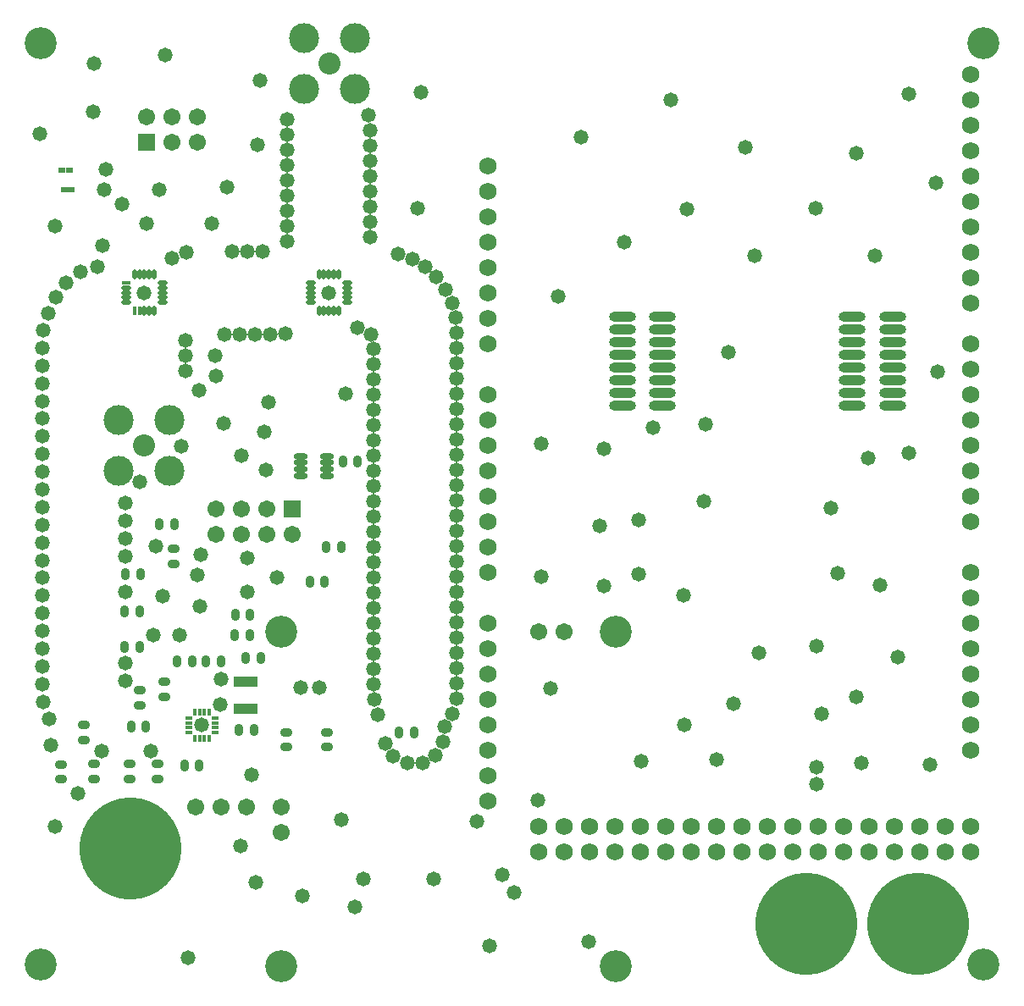
<source format=gts>
%FSDAX23Y23*%
%MOIN*%
%SFA1B1*%

%IPPOS*%
%AMD41*
4,1,8,0.005900,0.021700,-0.005900,0.021700,-0.015800,0.011800,-0.015800,-0.011800,-0.005900,-0.021700,0.005900,-0.021700,0.015800,-0.011800,0.015800,0.011800,0.005900,0.021700,0.0*
1,1,0.019820,0.005900,0.011800*
1,1,0.019820,-0.005900,0.011800*
1,1,0.019820,-0.005900,-0.011800*
1,1,0.019820,0.005900,-0.011800*
%
%AMD44*
4,1,8,-0.021700,0.005900,-0.021700,-0.005900,-0.011800,-0.015800,0.011800,-0.015800,0.021700,-0.005900,0.021700,0.005900,0.011800,0.015800,-0.011800,0.015800,-0.021700,0.005900,0.0*
1,1,0.019820,-0.011800,0.005900*
1,1,0.019820,-0.011800,-0.005900*
1,1,0.019820,0.011800,-0.005900*
1,1,0.019820,0.011800,0.005900*
%
G04~CAMADD=41~8~0.0~0.0~316.2~434.3~99.1~0.0~15~0.0~0.0~0.0~0.0~0~0.0~0.0~0.0~0.0~0~0.0~0.0~0.0~0.0~316.2~434.3*
%ADD41D41*%
%ADD42O,0.106420X0.037530*%
%ADD43O,0.056030X0.023750*%
G04~CAMADD=44~8~0.0~0.0~316.2~434.3~99.1~0.0~15~0.0~0.0~0.0~0.0~0~0.0~0.0~0.0~0.0~0~0.0~0.0~0.0~90.0~434.0~316.0*
%ADD44D44*%
%ADD45R,0.094610X0.039500*%
%ADD46O,0.014960X0.029130*%
%ADD47O,0.029130X0.014960*%
%ADD48O,0.017840X0.039890*%
%ADD49O,0.039890X0.017840*%
%ADD50O,0.015750X0.037800*%
%ADD51O,0.037800X0.015750*%
%ADD52R,0.027690X0.019810*%
%ADD53C,0.067060*%
%ADD54C,0.068000*%
%ADD55C,0.126110*%
%ADD56C,0.401700*%
%ADD57C,0.118240*%
%ADD58C,0.086740*%
%ADD59R,0.067060X0.067060*%
%ADD60C,0.058000*%
%LNupcnsl-abs-comms-rfpatest-v1.0-1*%
%LPD*%
G54D41*
X01367Y02098D03*
X01308D03*
X01237Y01625D03*
X01178D03*
X00453Y01656D03*
X00512D03*
X00450Y01509D03*
X00509D03*
X00450Y01368D03*
X00509D03*
X00533Y01056D03*
X00474D03*
X01588Y01031D03*
X01529D03*
X00985Y01326D03*
X00926D03*
X00943Y01497D03*
X00884D03*
X00882Y01416D03*
X00941D03*
X00769Y01313D03*
X00828D03*
X00716Y01311D03*
X00657D03*
X00743Y00903D03*
X00684D03*
X00899Y01043D03*
X00958D03*
X00646Y01852D03*
X00587D03*
X01242Y01763D03*
X01301D03*
G54D42*
X03313Y02669D03*
Y02619D03*
Y02569D03*
Y02519D03*
Y02469D03*
Y02419D03*
Y02369D03*
Y02319D03*
X03471Y02669D03*
Y02619D03*
Y02569D03*
Y02519D03*
Y02469D03*
Y02419D03*
Y02369D03*
Y02319D03*
X02408Y02669D03*
Y02619D03*
Y02569D03*
Y02519D03*
Y02469D03*
Y02419D03*
Y02369D03*
Y02319D03*
X02565Y02669D03*
Y02619D03*
Y02569D03*
Y02519D03*
Y02469D03*
Y02419D03*
Y02369D03*
Y02319D03*
G54D43*
X01142Y02120D03*
Y02094D03*
Y02068D03*
Y02043D03*
X01246Y02120D03*
Y02094D03*
Y02068D03*
Y02043D03*
G54D44*
X00198Y00848D03*
Y00907D03*
X00329Y00849D03*
Y00908D03*
X00470Y00849D03*
Y00908D03*
X00579Y00849D03*
Y00908D03*
X01086Y00974D03*
Y01033D03*
X01246Y00974D03*
Y01033D03*
X00606Y01231D03*
Y01172D03*
X00510Y01140D03*
Y01199D03*
X00289Y01061D03*
Y01001D03*
X00642Y01756D03*
Y01697D03*
G54D45*
X00926Y01231D03*
Y01125D03*
G54D46*
X00724Y01112D03*
X00744D03*
X00763D03*
X00783D03*
Y01009D03*
X00763D03*
X00744D03*
X00724D03*
G54D47*
X00805Y01090D03*
Y01070D03*
Y01051D03*
Y01031D03*
X00702D03*
Y01051D03*
Y01070D03*
Y01090D03*
G54D48*
X00488Y02835D03*
X00508D03*
X00527D03*
X00547D03*
X00567D03*
Y02692D03*
X00547D03*
X00527D03*
X01292D03*
X01273D03*
X01253D03*
X01233D03*
X01214D03*
Y02835D03*
X01233D03*
X01253D03*
X01273D03*
X01292D03*
G54D49*
X00599Y02803D03*
Y02783D03*
Y02763D03*
Y02744D03*
Y02724D03*
X00456D03*
Y02744D03*
Y02763D03*
Y02783D03*
X01182Y02724D03*
Y02744D03*
Y02763D03*
Y02783D03*
Y02803D03*
X01324D03*
Y02783D03*
Y02763D03*
Y02744D03*
Y02724D03*
G54D50*
X00508Y02692D03*
X00488D03*
G54D51*
X00456Y02803D03*
G54D52*
X00240Y03170D03*
X00212D03*
X00231Y03247D03*
X00203D03*
G54D53*
X02179Y01428D03*
X02080D03*
X01108Y01811D03*
X01008Y01911D03*
Y01811D03*
X00908Y01911D03*
Y01811D03*
X00808Y01911D03*
Y01811D03*
X00929Y00738D03*
X00829D03*
X00729D03*
X00735Y03456D03*
Y03356D03*
X00635Y03456D03*
Y03356D03*
X00535Y03456D03*
X01066Y00638D03*
Y00738D03*
G54D54*
X03780Y00963D03*
Y01063D03*
Y01163D03*
Y01263D03*
Y01363D03*
Y01463D03*
Y01563D03*
Y01663D03*
Y01862D03*
Y01962D03*
Y02062D03*
Y02162D03*
Y02262D03*
Y02362D03*
Y02462D03*
Y02562D03*
X01879Y02562D03*
Y02662D03*
Y02762D03*
Y02862D03*
Y02962D03*
Y03062D03*
Y03162D03*
Y03262D03*
Y01663D03*
Y01763D03*
Y01863D03*
Y01963D03*
Y02063D03*
Y02163D03*
Y02263D03*
Y02363D03*
Y00763D03*
Y00863D03*
Y00963D03*
Y01063D03*
Y01163D03*
Y01263D03*
Y01363D03*
Y01463D03*
X03780Y02723D03*
Y02823D03*
Y02923D03*
Y03023D03*
Y03123D03*
Y03223D03*
Y03323D03*
Y03423D03*
Y03523D03*
Y03623D03*
Y00663D03*
Y00563D03*
X03680Y00663D03*
Y00563D03*
X03580Y00663D03*
Y00563D03*
X03480Y00663D03*
Y00563D03*
X03380Y00663D03*
Y00563D03*
X03280Y00663D03*
Y00563D03*
X03180Y00663D03*
Y00563D03*
X03080Y00663D03*
Y00563D03*
X02980Y00663D03*
Y00563D03*
X02880Y00663D03*
Y00563D03*
X02780Y00663D03*
Y00563D03*
X02680Y00663D03*
Y00563D03*
X02580Y00663D03*
Y00563D03*
X02480Y00663D03*
Y00563D03*
X02380Y00663D03*
Y00563D03*
X02280Y00663D03*
Y00563D03*
X02180Y00663D03*
Y00563D03*
X02080Y00663D03*
Y00563D03*
G54D55*
X00118Y03744D03*
X03829D03*
Y00118D03*
X00118D03*
X01066Y01428D03*
X02381D03*
Y00113D03*
X01066D03*
G54D56*
X03572Y00280D03*
X00473Y00575D03*
X03131Y00280D03*
G54D57*
X00627Y02061D03*
X00427D03*
Y02261D03*
X00627D03*
X01154Y03764D03*
X01354D03*
Y03564D03*
X01154D03*
G54D58*
X00527Y02161D03*
X01254Y03664D03*
G54D59*
X01108Y01911D03*
X00535Y03356D03*
G54D60*
X00535Y03036D03*
X03173Y00829D03*
X03172Y00895D03*
X02600Y03523D03*
X00327Y03475D03*
X00908Y02121D03*
X00160Y00983D03*
X01318Y02367D03*
X00600Y01569D03*
X01049Y01641D03*
X00948Y00864D03*
X00853Y03179D03*
X00838Y02248D03*
X01015Y02333D03*
X00998Y02215D03*
X03374Y02113D03*
X03191Y01106D03*
X03349Y00912D03*
X02275Y00208D03*
X01354Y00347D03*
X00265Y00792D03*
X00175Y00661D03*
X00967Y00442D03*
X00699Y00146D03*
X01150Y00390D03*
X00361Y02949D03*
X00175Y03026D03*
X00609Y03699D03*
X00329Y03667D03*
X00972Y03344D03*
X00982Y03599D03*
X02156Y02748D03*
X02729Y01941D03*
X02824Y02528D03*
X03168Y03096D03*
X03402Y02910D03*
X02662Y03092D03*
X02247Y03374D03*
X03330Y03312D03*
X02929Y02910D03*
X02891Y03335D03*
X02414Y02963D03*
X02089Y02170D03*
X02318Y01846D03*
X02089Y01645D03*
X00905Y00586D03*
X01837Y00683D03*
X01388Y00455D03*
X01884Y00193D03*
X02483Y00919D03*
X02473Y01869D03*
X02530Y02232D03*
X02337Y02148D03*
X02473Y01654D03*
X02845Y01146D03*
X02779Y00924D03*
X02651Y01061D03*
X02947Y01345D03*
X03255Y01659D03*
X03492Y01328D03*
X03534Y02131D03*
X03229Y01916D03*
X03423Y01612D03*
X03171Y01371D03*
X03328Y01171D03*
X02649Y01571D03*
X00368Y03170D03*
X00374Y03248D03*
X00932Y01586D03*
X01007Y02065D03*
X00737Y01653D03*
X01142Y01210D03*
X01216D03*
X00585Y03169D03*
X01934Y00472D03*
X01981Y00401D03*
X00826Y01143D03*
X00806Y02515D03*
X00452Y01934D03*
Y01864D03*
Y01795D03*
Y01725D03*
Y01586D03*
Y01307D03*
Y01237D03*
X00552Y00960D03*
X00360Y00960D03*
X00153Y01087D03*
X00129Y01153D03*
X00126Y01222D03*
Y01292D03*
Y01362D03*
Y01431D03*
Y01501D03*
Y01571D03*
Y01641D03*
Y01710D03*
Y01780D03*
Y01850D03*
Y01919D03*
Y01989D03*
Y02059D03*
Y02128D03*
Y02198D03*
Y02268D03*
Y02337D03*
Y02407D03*
Y02477D03*
Y02546D03*
X00130Y02616D03*
X00148Y02683D03*
X00178Y02746D03*
X00220Y02802D03*
X00274Y02845D03*
X00341Y02866D03*
X00689Y02575D03*
X00689Y02515D03*
X00689Y02455D03*
X00671Y02159D03*
X00509Y02019D03*
X01614Y03553D03*
X01409Y03461D03*
X01415Y03402D03*
X01415Y03342D03*
X01415Y03282D03*
X01415Y03222D03*
X01415Y03162D03*
X01415Y03102D03*
X01416Y03042D03*
X01416Y02982D03*
X01089Y02965D03*
X01089Y03025D03*
X01089Y03085D03*
X01089Y03145D03*
X01089Y03205D03*
X01088Y03265D03*
X01088Y03325D03*
X01088Y03385D03*
X01090Y03445D03*
X01524Y02914D03*
X01581Y02895D03*
X01632Y02865D03*
X01677Y02825D03*
X01713Y02777D03*
X01739Y02723D03*
X01753Y02664D03*
X01756Y02605D03*
Y02545D03*
Y02485D03*
Y02425D03*
Y02365D03*
Y02305D03*
Y02245D03*
Y02185D03*
Y02125D03*
Y02065D03*
Y02005D03*
Y01945D03*
Y01885D03*
Y01825D03*
Y01765D03*
Y01705D03*
Y01645D03*
Y01585D03*
Y01525D03*
Y01465D03*
Y01405D03*
Y01345D03*
Y01285D03*
Y01225D03*
X01756Y01165D03*
X01740Y01106D03*
X01709Y01055D03*
X01701Y00996D03*
X01673Y00943D03*
X01621Y00913D03*
X01561Y00911D03*
X01507Y00938D03*
X01476Y00989D03*
X01446Y01103D03*
X01431Y01161D03*
X01430Y01221D03*
Y01281D03*
Y01341D03*
Y01401D03*
Y01461D03*
Y01521D03*
Y01581D03*
Y01641D03*
Y01701D03*
Y01761D03*
Y01821D03*
Y01881D03*
Y01941D03*
Y02001D03*
Y02061D03*
Y02121D03*
Y02181D03*
Y02241D03*
Y02301D03*
Y02361D03*
Y02421D03*
Y02481D03*
Y02541D03*
X01419Y02600D03*
X01365Y02625D03*
X01082Y02601D03*
X01022Y02600D03*
X00962D03*
X00902D03*
X00842D03*
X00637Y02899D03*
X00693Y02922D03*
X00873Y02927D03*
X00933D03*
X00993D03*
X00808Y02435D03*
X00743Y02379D03*
X00791Y03034D03*
X00527Y02762D03*
X01252Y02763D03*
X00750Y01733D03*
X00573Y01766D03*
X00752Y01061D03*
X00931Y01720D03*
X00745Y01530D03*
X00664Y01414D03*
X00562D03*
X00829Y01242D03*
X00439Y03111D03*
X00116Y03388D03*
X01601Y03094D03*
X01302Y00689D03*
X01667Y00456D03*
X03650Y02451D03*
X02736Y02245D03*
X03642Y03194D03*
X03534Y03545D03*
X02335Y01609D03*
X02125Y01204D03*
X02076Y00767D03*
X03619Y00906D03*
M02*
</source>
